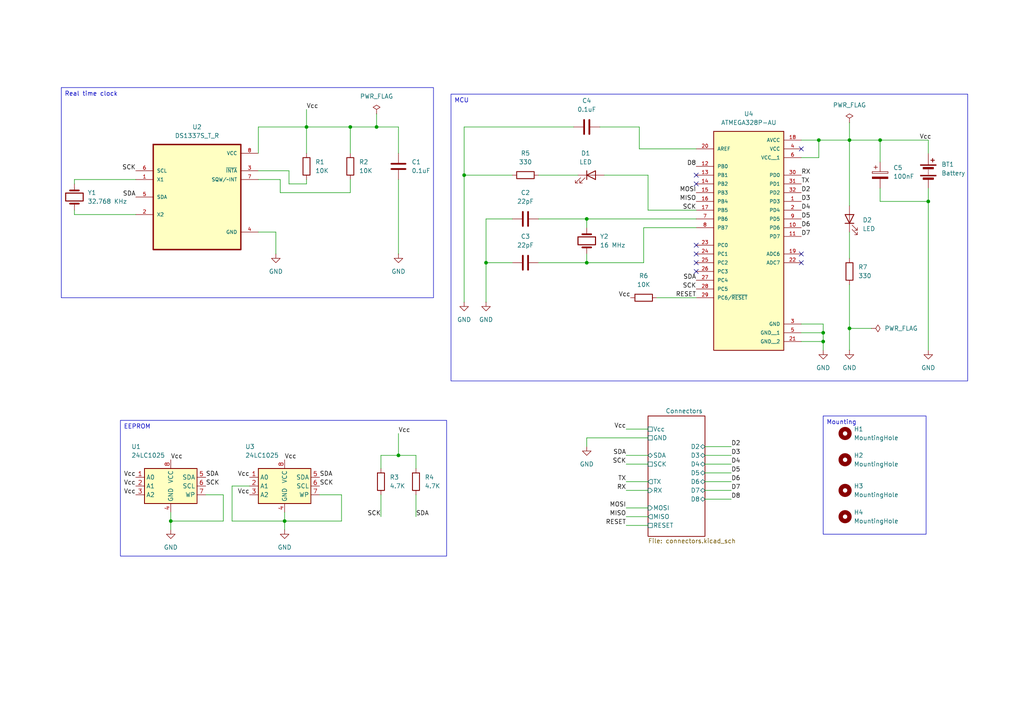
<source format=kicad_sch>
(kicad_sch (version 20250114) (generator "eeschema") (generator_version "9.0")
  (paper "A4")
  (title_block (title "${project_name}") (date "2025-12-01") (rev "-"))
  (lib_symbols
    (symbol "ATMEGA328P-AU:ATMEGA328P-AU" (pin_names (offset 1.016))
      (property "Reference" "U3" (at 0 33.02 0))
      (property "Value" "ATMEGA328P-AU" (at 0 30.48 0))
      (symbol "ATMEGA328P-AU_0_0"
        (rectangle (start -10.16 -35.56) (end 10.16 27.94) (stroke (width 0.254)) (fill (type background)))
        (pin input line (at -15.24 22.86 0) (length 5.08) (name "AREF") (number "20"))
        (pin bidirectional line (at -15.24 17.78 0) (length 5.08) (name "PB0") (number "12"))
        (pin bidirectional line (at -15.24 15.24 0) (length 5.08) (name "PB1") (number "13"))
        (pin bidirectional line (at -15.24 12.7 0) (length 5.08) (name "PB2") (number "14"))
        (pin bidirectional line (at -15.24 10.16 0) (length 5.08) (name "PB3") (number "15"))
        (pin bidirectional line (at -15.24 7.62 0) (length 5.08) (name "PB4") (number "16"))
        (pin bidirectional line (at -15.24 5.08 0) (length 5.08) (name "PB5") (number "17"))
        (pin bidirectional line (at -15.24 2.54 0) (length 5.08) (name "PB6") (number "7"))
        (pin bidirectional line (at -15.24 0 0) (length 5.08) (name "PB7") (number "8"))
        (pin bidirectional line (at -15.24 -5.08 0) (length 5.08) (name "PC0") (number "23"))
        (pin bidirectional line (at -15.24 -7.62 0) (length 5.08) (name "PC1") (number "24"))
        (pin bidirectional line (at -15.24 -10.16 0) (length 5.08) (name "PC2") (number "25"))
        (pin bidirectional line (at -15.24 -12.7 0) (length 5.08) (name "PC3") (number "26"))
        (pin bidirectional line (at -15.24 -15.24 0) (length 5.08) (name "PC4") (number "27"))
        (pin bidirectional line (at -15.24 -17.78 0) (length 5.08) (name "PC5") (number "28"))
        (pin bidirectional line (at -15.24 -20.32 0) (length 5.08) (name "PC6/~{RESET}") (number "29"))
        (pin power_in line (at 15.24 25.4 180) (length 5.08) (name "AVCC") (number "18"))
        (pin power_in line (at 15.24 22.86 180) (length 5.08) (name "VCC") (number "4"))
        (pin power_in line (at 15.24 20.32 180) (length 5.08) (name "VCC__1") (number "6"))
        (pin bidirectional line (at 15.24 15.24 180) (length 5.08) (name "PD0") (number "30"))
        (pin bidirectional line (at 15.24 12.7 180) (length 5.08) (name "PD1") (number "31"))
        (pin bidirectional line (at 15.24 10.16 180) (length 5.08) (name "PD2") (number "32"))
        (pin bidirectional line (at 15.24 7.62 180) (length 5.08) (name "PD3") (number "1"))
        (pin bidirectional line (at 15.24 5.08 180) (length 5.08) (name "PD4") (number "2"))
        (pin bidirectional line (at 15.24 2.54 180) (length 5.08) (name "PD5") (number "9"))
        (pin bidirectional line (at 15.24 0 180) (length 5.08) (name "PD6") (number "10"))
        (pin bidirectional line (at 15.24 -2.54 180) (length 5.08) (name "PD7") (number "11"))
        (pin bidirectional line (at 15.24 -7.62 180) (length 5.08) (name "ADC6") (number "19"))
        (pin bidirectional line (at 15.24 -10.16 180) (length 5.08) (name "ADC7") (number "22"))
        (pin power_in line (at 15.24 -27.94 180) (length 5.08) (name "GND") (number "3"))
        (pin power_in line (at 15.24 -30.48 180) (length 5.08) (name "GND__1") (number "5"))
        (pin power_in line (at 15.24 -33.02 180) (length 5.08) (name "GND__2") (number "21"))
      )
    )
    (symbol "DS1337S_T_R:DS1337S_T_R" (pin_names (offset 1.016))
      (property "Reference" "U" (at -12.7 16.24 0))
      (property "Value" "DS1337S_T_R" (at -12.7 -19.24 0))
      (symbol "DS1337S_T_R_0_0"
        (rectangle (start -12.7 -15.24) (end 12.7 15.24) (stroke (width 0.41)) (fill (type background)))
        (pin input line (at -17.78 7.62 0) (length 5.08) (name "SCL") (number "6"))
        (pin input line (at -17.78 5.08 0) (length 5.08) (name "X1") (number "1"))
        (pin bidirectional line (at -17.78 0 0) (length 5.08) (name "SDA") (number "5"))
        (pin bidirectional line (at -17.78 -5.08 0) (length 5.08) (name "X2") (number "2"))
        (pin power_in line (at 17.78 12.7 180) (length 5.08) (name "VCC") (number "8"))
        (pin output line (at 17.78 7.62 180) (length 5.08) (name "~{INTA}") (number "3"))
        (pin output line (at 17.78 5.08 180) (length 5.08) (name "SQW/~INT") (number "7"))
        (pin power_in line (at 17.78 -10.16 180) (length 5.08) (name "GND") (number "4"))
      )
    )
    (symbol "Device:Battery" (pin_numbers (hide yes)) (pin_names (offset 0) (hide yes))
      (property "Reference" "BT" (at 2.54 2.54 0))
      (property "Value" "Battery" (at 2.54 0 0))
      (symbol "Battery_0_1"
        (rectangle (start -2.286 1.778) (end 2.286 1.524) (fill (type outline)))
        (rectangle (start -2.286 -1.27) (end 2.286 -1.524) (fill (type outline)))
        (rectangle (start -1.524 1.016) (end 1.524 0.508) (fill (type outline)))
        (rectangle (start -1.524 -2.032) (end 1.524 -2.54) (fill (type outline)))
        (polyline (pts (xy 0 1.778) (xy 0 2.54)))
        (polyline (pts (xy 0 0) (xy 0 0.254)))
        (polyline (pts (xy 0 -0.508) (xy 0 -0.254)))
        (polyline (pts (xy 0 -1.016) (xy 0 -0.762)))
        (polyline (pts (xy 0.762 3.048) (xy 1.778 3.048)) (stroke (width 0.254)))
        (polyline (pts (xy 1.27 3.556) (xy 1.27 2.54)) (stroke (width 0.254)))
      )
      (symbol "Battery_1_1"
        (pin passive line (at 0 5.08 270) (length 2.54) (name "+") (number "1"))
        (pin passive line (at 0 -5.08 90) (length 2.54) (name "-") (number "2"))
      )
    )
    (symbol "Device:C" (pin_numbers (hide yes)) (pin_names (offset 0.254))
      (property "Reference" "C" (at 0.635 2.54 0))
      (property "Value" "C" (at 0.635 -2.54 0))
      (symbol "C_0_1"
        (polyline (pts (xy -2.032 0.762) (xy 2.032 0.762)) (stroke (width 0.508)))
        (polyline (pts (xy -2.032 -0.762) (xy 2.032 -0.762)) (stroke (width 0.508)))
      )
      (symbol "C_1_1"
        (pin passive line (at 0 3.81 270) (length 2.794) (name "~") (number "1"))
        (pin passive line (at 0 -3.81 90) (length 2.794) (name "~") (number "2"))
      )
    )
    (symbol "Device:C_Polarized" (pin_numbers (hide yes)) (pin_names (offset 0.254))
      (property "Reference" "C" (at 0.635 2.54 0))
      (property "Value" "C_Polarized" (at 0.635 -2.54 0))
      (symbol "C_Polarized_0_1"
        (rectangle (start -2.286 0.508) (end 2.286 1.016))
        (polyline (pts (xy -1.778 2.286) (xy -0.762 2.286)))
        (polyline (pts (xy -1.27 2.794) (xy -1.27 1.778)))
        (rectangle (start 2.286 -0.508) (end -2.286 -1.016) (fill (type outline)))
      )
      (symbol "C_Polarized_1_1"
        (pin passive line (at 0 3.81 270) (length 2.794) (name "~") (number "1"))
        (pin passive line (at 0 -3.81 90) (length 2.794) (name "~") (number "2"))
      )
    )
    (symbol "Device:Crystal" (pin_numbers (hide yes)) (pin_names (offset 1.016) (hide yes))
      (property "Reference" "Y" (at 0 3.81 0))
      (property "Value" "Crystal" (at 0 -3.81 0))
      (symbol "Crystal_0_1"
        (polyline (pts (xy -2.54 0) (xy -1.905 0)))
        (polyline (pts (xy -1.905 -1.27) (xy -1.905 1.27)) (stroke (width 0.508)))
        (rectangle (start -1.143 2.54) (end 1.143 -2.54) (stroke (width 0.3048)))
        (polyline (pts (xy 1.905 -1.27) (xy 1.905 1.27)) (stroke (width 0.508)))
        (polyline (pts (xy 2.54 0) (xy 1.905 0)))
      )
      (symbol "Crystal_1_1"
        (pin passive line (at -3.81 0 0) (length 1.27) (name "1") (number "1"))
        (pin passive line (at 3.81 0 180) (length 1.27) (name "2") (number "2"))
      )
    )
    (symbol "Device:LED" (pin_numbers (hide yes)) (pin_names (offset 1.016) (hide yes))
      (property "Reference" "D" (at 0 2.54 0))
      (property "Value" "LED" (at 0 -2.54 0))
      (symbol "LED_0_1"
        (polyline (pts (xy -3.048 -0.762) (xy -4.572 -2.286) (xy -3.81 -2.286) (xy -4.572 -2.286) (xy -4.572 -1.524)))
        (polyline (pts (xy -1.778 -0.762) (xy -3.302 -2.286) (xy -2.54 -2.286) (xy -3.302 -2.286) (xy -3.302 -1.524)))
        (polyline (pts (xy -1.27 0) (xy 1.27 0)))
        (polyline (pts (xy -1.27 -1.27) (xy -1.27 1.27)) (stroke (width 0.254)))
        (polyline (pts (xy 1.27 -1.27) (xy 1.27 1.27) (xy -1.27 0) (xy 1.27 -1.27)) (stroke (width 0.254)))
      )
      (symbol "LED_1_1"
        (pin passive line (at -3.81 0 0) (length 2.54) (name "K") (number "1"))
        (pin passive line (at 3.81 0 180) (length 2.54) (name "A") (number "2"))
      )
    )
    (symbol "Device:R" (pin_numbers (hide yes)) (pin_names (offset 0))
      (property "Reference" "R" (at 2.032 0 90))
      (property "Value" "R" (at 0 0 90))
      (symbol "R_0_1"
        (rectangle (start -1.016 -2.54) (end 1.016 2.54) (stroke (width 0.254)))
      )
      (symbol "R_1_1"
        (pin passive line (at 0 3.81 270) (length 1.27) (name "~") (number "1"))
        (pin passive line (at 0 -3.81 90) (length 1.27) (name "~") (number "2"))
      )
    )
    (symbol "Mechanical:MountingHole" (pin_names (offset 1.016)) (in_bom no)
      (property "Reference" "H" (at 0 5.08 0))
      (property "Value" "MountingHole" (at 0 3.175 0))
      (symbol "MountingHole_0_1"
        (circle (center 0 0) (radius 1.27) (stroke (width 1.27)))
      )
    )
    (symbol "Memory_EEPROM:24LC1025"
      (property "Reference" "U" (at -6.35 6.35 0))
      (property "Value" "24LC1025" (at 1.27 6.35 0))
      (symbol "24LC1025_1_1"
        (rectangle (start -7.62 5.08) (end 7.62 -5.08) (stroke (width 0.254)) (fill (type background)))
        (pin input line (at -10.16 2.54 0) (length 2.54) (name "A0") (number "1"))
        (pin input line (at -10.16 0 0) (length 2.54) (name "A1") (number "2"))
        (pin input line (at -10.16 -2.54 0) (length 2.54) (name "A2") (number "3"))
        (pin power_in line (at 0 7.62 270) (length 2.54) (name "VCC") (number "8"))
        (pin power_in line (at 0 -7.62 90) (length 2.54) (name "GND") (number "4"))
        (pin bidirectional line (at 10.16 2.54 180) (length 2.54) (name "SDA") (number "5"))
        (pin input line (at 10.16 0 180) (length 2.54) (name "SCL") (number "6"))
        (pin input line (at 10.16 -2.54 180) (length 2.54) (name "WP") (number "7"))
      )
    )
    (symbol "power:GND" (power) (pin_numbers (hide yes)) (pin_names (offset 0) (hide yes))
      (property "Value" "GND" (at 0 -3.81 0))
      (symbol "GND_0_1"
        (polyline (pts (xy 0 0) (xy 0 -1.27) (xy 1.27 -1.27) (xy 0 -2.54) (xy -1.27 -1.27) (xy 0 -1.27)))
      )
      (symbol "GND_1_1"
        (pin power_in line (at 0 0 270) (length 0) (name "~") (number "1"))
      )
    )
    (symbol "power:PWR_FLAG" (power) (pin_numbers (hide yes)) (pin_names (offset 0) (hide yes))
      (property "Value" "PWR_FLAG" (at 0 3.81 0))
      (symbol "PWR_FLAG_0_0"
        (pin power_out line (at 0 0 90) (length 0) (name "~") (number "1"))
      )
      (symbol "PWR_FLAG_0_1"
        (polyline (pts (xy 0 0) (xy 0 1.27) (xy -1.016 1.905) (xy 0 2.54) (xy 1.016 1.905) (xy 0 1.27)))
      )
    )
  )
  (text_box "MCU\n" (at 130.81 27.305 0) (size 149.86 83.185) (margins 0.9525 0.9525 0.9525 0.9525) (effects (font (size 1.27 1.27)) (justify left top)))
  (text_box "EEPROM" (at 34.925 121.92 0) (size 94.615 39.37) (margins 0.9525 0.9525 0.9525 0.9525) (effects (font (size 1.27 1.27)) (justify left top)))
  (text_box "Real time clock" (at 17.78 25.4 0) (size 107.95 60.96) (margins 0.9525 0.9525 0.9525 0.9525) (effects (font (size 1.27 1.27)) (justify left top)))
  (text_box "Mounting" (at 238.76 120.65 0) (size 29.845 34.29) (margins 0.9525 0.9525 0.9525 0.9525) (effects (font (size 1.27 1.27)) (justify left top)))
  (junction (at 49.53 151.13))
  (junction (at 101.6 36.83))
  (junction (at 269.24 58.42))
  (junction (at 170.18 63.5))
  (junction (at 82.55 151.13))
  (junction (at 255.27 40.64))
  (junction (at 170.18 76.2))
  (junction (at 246.38 95.25))
  (junction (at 246.38 40.64))
  (junction (at 238.76 99.06))
  (junction (at 88.9 36.83))
  (junction (at 140.97 76.2))
  (junction (at 109.22 36.83))
  (junction (at 238.76 96.52))
  (junction (at 134.62 50.8))
  (junction (at 115.57 132.08))
  (junction (at 237.49 40.64))
  (no_connect (at 201.93 53.34))
  (no_connect (at 201.93 71.12))
  (no_connect (at 201.93 76.2))
  (no_connect (at 232.41 73.66))
  (no_connect (at 201.93 78.74))
  (no_connect (at 232.41 43.18))
  (no_connect (at 232.41 76.2))
  (no_connect (at 201.93 73.66))
  (no_connect (at 201.93 50.8))
  (wire (pts (xy 88.9 36.83) (xy 88.9 44.45)))
  (wire (pts (xy 115.57 125.73) (xy 115.57 132.08)))
  (wire (pts (xy 81.28 52.07) (xy 81.28 55.88)))
  (wire (pts (xy 238.76 93.98) (xy 238.76 96.52)))
  (wire (pts (xy 49.53 148.59) (xy 49.53 151.13)))
  (wire (pts (xy 201.93 66.04) (xy 186.69 66.04)))
  (wire (pts (xy 134.62 50.8) (xy 134.62 87.63)))
  (wire (pts (xy 74.93 49.53) (xy 83.82 49.53)))
  (wire (pts (xy 181.61 152.4) (xy 187.96 152.4)))
  (wire (pts (xy 64.77 143.51) (xy 64.77 151.13)))
  (wire (pts (xy 187.96 124.46) (xy 181.61 124.46)))
  (wire (pts (xy 110.49 143.51) (xy 110.49 149.86)))
  (wire (pts (xy 173.99 36.83) (xy 185.42 36.83)))
  (wire (pts (xy 109.22 33.02) (xy 109.22 36.83)))
  (wire (pts (xy 88.9 36.83) (xy 101.6 36.83)))
  (wire (pts (xy 255.27 54.61) (xy 255.27 58.42)))
  (wire (pts (xy 74.93 44.45) (xy 74.93 36.83)))
  (wire (pts (xy 269.24 58.42) (xy 269.24 101.6)))
  (wire (pts (xy 120.65 132.08) (xy 115.57 132.08)))
  (wire (pts (xy 238.76 99.06) (xy 232.41 99.06)))
  (wire (pts (xy 238.76 96.52) (xy 238.76 99.06)))
  (wire (pts (xy 82.55 148.59) (xy 82.55 151.13)))
  (wire (pts (xy 255.27 58.42) (xy 269.24 58.42)))
  (wire (pts (xy 88.9 53.34) (xy 88.9 52.07)))
  (wire (pts (xy 156.21 50.8) (xy 167.64 50.8)))
  (wire (pts (xy 187.96 139.7) (xy 181.61 139.7)))
  (wire (pts (xy 21.59 52.07) (xy 39.37 52.07)))
  (wire (pts (xy 187.96 60.96) (xy 201.93 60.96)))
  (wire (pts (xy 74.93 36.83) (xy 88.9 36.83)))
  (wire (pts (xy 232.41 45.72) (xy 237.49 45.72)))
  (wire (pts (xy 187.96 50.8) (xy 187.96 60.96)))
  (wire (pts (xy 170.18 76.2) (xy 186.69 76.2)))
  (wire (pts (xy 204.47 137.16) (xy 212.09 137.16)))
  (wire (pts (xy 255.27 40.64) (xy 269.24 40.64)))
  (wire (pts (xy 99.06 151.13) (xy 82.55 151.13)))
  (wire (pts (xy 74.93 52.07) (xy 81.28 52.07)))
  (wire (pts (xy 181.61 134.62) (xy 187.96 134.62)))
  (wire (pts (xy 21.59 62.23) (xy 39.37 62.23)))
  (wire (pts (xy 120.65 135.89) (xy 120.65 132.08)))
  (wire (pts (xy 204.47 142.24) (xy 212.09 142.24)))
  (wire (pts (xy 232.41 40.64) (xy 237.49 40.64)))
  (wire (pts (xy 246.38 82.55) (xy 246.38 95.25)))
  (wire (pts (xy 246.38 67.31) (xy 246.38 74.93)))
  (wire (pts (xy 170.18 127) (xy 187.96 127)))
  (wire (pts (xy 109.22 36.83) (xy 115.57 36.83)))
  (wire (pts (xy 238.76 99.06) (xy 238.76 101.6)))
  (wire (pts (xy 187.96 147.32) (xy 181.61 147.32)))
  (wire (pts (xy 49.53 151.13) (xy 49.53 153.67)))
  (wire (pts (xy 140.97 87.63) (xy 140.97 76.2)))
  (wire (pts (xy 187.96 132.08) (xy 181.61 132.08)))
  (wire (pts (xy 204.47 144.78) (xy 212.09 144.78)))
  (wire (pts (xy 185.42 36.83) (xy 185.42 43.18)))
  (wire (pts (xy 59.69 143.51) (xy 64.77 143.51)))
  (wire (pts (xy 237.49 40.64) (xy 246.38 40.64)))
  (wire (pts (xy 101.6 36.83) (xy 109.22 36.83)))
  (wire (pts (xy 170.18 63.5) (xy 170.18 66.04)))
  (wire (pts (xy 255.27 40.64) (xy 255.27 46.99)))
  (wire (pts (xy 156.21 63.5) (xy 170.18 63.5)))
  (wire (pts (xy 246.38 95.25) (xy 252.73 95.25)))
  (wire (pts (xy 156.21 76.2) (xy 170.18 76.2)))
  (wire (pts (xy 190.5 86.36) (xy 201.93 86.36)))
  (wire (pts (xy 204.47 132.08) (xy 212.09 132.08)))
  (wire (pts (xy 80.01 67.31) (xy 80.01 73.66)))
  (wire (pts (xy 101.6 55.88) (xy 101.6 52.07)))
  (wire (pts (xy 269.24 58.42) (xy 269.24 54.61)))
  (wire (pts (xy 110.49 132.08) (xy 110.49 135.89)))
  (wire (pts (xy 21.59 60.96) (xy 21.59 62.23)))
  (wire (pts (xy 166.37 36.83) (xy 134.62 36.83)))
  (wire (pts (xy 187.96 142.24) (xy 181.61 142.24)))
  (wire (pts (xy 246.38 40.64) (xy 255.27 40.64)))
  (wire (pts (xy 246.38 35.56) (xy 246.38 40.64)))
  (wire (pts (xy 115.57 52.07) (xy 115.57 73.66)))
  (wire (pts (xy 269.24 40.64) (xy 269.24 44.45)))
  (wire (pts (xy 88.9 31.75) (xy 88.9 36.83)))
  (wire (pts (xy 120.65 143.51) (xy 120.65 149.86)))
  (wire (pts (xy 246.38 95.25) (xy 246.38 101.6)))
  (wire (pts (xy 81.28 55.88) (xy 101.6 55.88)))
  (wire (pts (xy 212.09 129.54) (xy 204.47 129.54)))
  (wire (pts (xy 115.57 132.08) (xy 110.49 132.08)))
  (wire (pts (xy 170.18 76.2) (xy 170.18 73.66)))
  (wire (pts (xy 232.41 93.98) (xy 238.76 93.98)))
  (wire (pts (xy 237.49 45.72) (xy 237.49 40.64)))
  (wire (pts (xy 170.18 127) (xy 170.18 129.54)))
  (wire (pts (xy 72.39 140.97) (xy 67.31 140.97)))
  (wire (pts (xy 67.31 140.97) (xy 67.31 151.13)))
  (wire (pts (xy 82.55 151.13) (xy 82.55 153.67)))
  (wire (pts (xy 186.69 66.04) (xy 186.69 76.2)))
  (wire (pts (xy 232.41 96.52) (xy 238.76 96.52)))
  (wire (pts (xy 140.97 63.5) (xy 140.97 76.2)))
  (wire (pts (xy 204.47 134.62) (xy 212.09 134.62)))
  (wire (pts (xy 83.82 53.34) (xy 88.9 53.34)))
  (wire (pts (xy 170.18 63.5) (xy 201.93 63.5)))
  (wire (pts (xy 83.82 49.53) (xy 83.82 53.34)))
  (wire (pts (xy 185.42 43.18) (xy 201.93 43.18)))
  (wire (pts (xy 74.93 67.31) (xy 80.01 67.31)))
  (wire (pts (xy 99.06 143.51) (xy 99.06 151.13)))
  (wire (pts (xy 134.62 36.83) (xy 134.62 50.8)))
  (wire (pts (xy 148.59 50.8) (xy 134.62 50.8)))
  (wire (pts (xy 175.26 50.8) (xy 187.96 50.8)))
  (wire (pts (xy 187.96 149.86) (xy 181.61 149.86)))
  (wire (pts (xy 115.57 36.83) (xy 115.57 44.45)))
  (wire (pts (xy 204.47 139.7) (xy 212.09 139.7)))
  (wire (pts (xy 92.71 143.51) (xy 99.06 143.51)))
  (wire (pts (xy 246.38 40.64) (xy 246.38 59.69)))
  (wire (pts (xy 148.59 63.5) (xy 140.97 63.5)))
  (wire (pts (xy 101.6 36.83) (xy 101.6 44.45)))
  (wire (pts (xy 64.77 151.13) (xy 49.53 151.13)))
  (wire (pts (xy 67.31 151.13) (xy 82.55 151.13)))
  (wire (pts (xy 21.59 53.34) (xy 21.59 52.07)))
  (wire (pts (xy 140.97 76.2) (xy 148.59 76.2)))
  (label "TX" (at 232.41 53.34 0))
  (label "D3" (at 232.41 58.42 0))
  (label "SCK" (at 92.71 140.97 0))
  (label "RESET" (at 181.61 152.4 180))
  (label "MISO" (at 201.93 58.42 180))
  (label "SDA" (at 92.71 138.43 0))
  (label "D6" (at 212.09 139.7 0))
  (label "Vcc" (at 39.37 138.43 180))
  (label "Vcc" (at 72.39 143.51 180))
  (label "Vcc" (at 39.37 143.51 180))
  (label "SCK" (at 110.49 149.86 180))
  (label "Vcc" (at 181.61 124.46 180))
  (label "Vcc" (at 115.57 125.73 0))
  (label "SCK" (at 181.61 134.62 180))
  (label "SDA" (at 39.37 57.15 180))
  (label "SCK" (at 59.69 140.97 0))
  (label "Vcc" (at 182.88 86.36 180))
  (label "Vcc" (at 82.55 133.35 0))
  (label "RESET" (at 201.93 86.36 180))
  (label "SCK" (at 201.93 60.96 180))
  (label "D2" (at 212.09 129.54 0))
  (label "D3" (at 212.09 132.08 0))
  (label "Vcc" (at 72.39 138.43 180))
  (label "D5" (at 232.41 63.5 0))
  (label "D6" (at 232.41 66.04 0))
  (label "SCK" (at 201.93 83.82 180))
  (label "D5" (at 212.09 137.16 0))
  (label "TX" (at 181.61 139.7 180))
  (label "SCK" (at 39.37 49.53 180))
  (label "Vcc" (at 266.7 40.64 0))
  (label "SDA" (at 181.61 132.08 180))
  (label "D2" (at 232.41 55.88 0))
  (label "SDA" (at 120.65 149.86 0))
  (label "Vcc" (at 49.53 133.35 0))
  (label "D4" (at 232.41 60.96 0))
  (label "MOSI" (at 201.93 55.88 180))
  (label "D8" (at 201.93 48.26 180))
  (label "RX" (at 181.61 142.24 180))
  (label "RX" (at 232.41 50.8 0))
  (label "SDA" (at 201.93 81.28 180))
  (label "D7" (at 212.09 142.24 0))
  (label "Vcc" (at 88.9 31.75 0))
  (label "MISO" (at 181.61 149.86 180))
  (label "SDA" (at 59.69 138.43 0))
  (label "Vcc" (at 39.37 140.97 180))
  (label "D4" (at 212.09 134.62 0))
  (label "MOSI" (at 181.61 147.32 180))
  (label "D7" (at 232.41 68.58 0))
  (label "D8" (at 212.09 144.78 0))
  (symbol (lib_id "power:GND") (at 80.01 73.66 0) (unit 1)
    (property "Reference" "#PWR01" (effects (hide yes)))
    (property "Value" "GND" (at 80.01 78.74 0))
    (property "Description" "Power symbol creates a global label with name \"GND\" , ground" (effects (hide yes)))
  )
  (symbol (lib_id "Device:R") (at 246.38 78.74 0) (unit 1)
    (property "Reference" "R7" (at 248.92 77.4699 0) (effects (justify left)))
    (property "Value" "330" (at 248.92 80.0099 0) (effects (justify left)))
    (property "Footprint" "Resistor_SMD:R_0805_2012Metric" (effects (hide yes)))
    (property "Description" "Resistor" (effects (hide yes)))
  )
  (symbol (lib_id "power:GND") (at 140.97 87.63 0) (unit 1)
    (property "Reference" "#PWR08" (effects (hide yes)))
    (property "Value" "GND" (at 140.97 92.71 0))
    (property "Description" "Power symbol creates a global label with name \"GND\" , ground" (effects (hide yes)))
  )
  (symbol (lib_id "Mechanical:MountingHole") (at 245.11 149.86 0) (unit 1) (in_bom no)
    (property "Reference" "H4" (at 247.65 148.5899 0) (effects (justify left)))
    (property "Value" "MountingHole" (at 247.65 151.1299 0) (effects (justify left)))
    (property "Footprint" "MountingHole:MountingHole_2.1mm" (effects (hide yes)))
    (property "Description" "Mounting Hole without connection" (effects (hide yes)))
  )
  (symbol (lib_id "Device:C") (at 115.57 48.26 0) (unit 1)
    (property "Reference" "C1" (at 119.38 46.9899 0) (effects (justify left)))
    (property "Value" "0.1uF" (at 119.38 49.5299 0) (effects (justify left)))
    (property "Footprint" "Capacitor_SMD:C_0805_2012Metric" (effects (hide yes)))
    (property "Description" "Unpolarized capacitor" (effects (hide yes)))
  )
  (symbol (lib_id "Device:R") (at 152.4 50.8 90) (unit 1)
    (property "Reference" "R5" (at 152.4 44.45 90))
    (property "Value" "330" (at 152.4 46.99 90))
    (property "Footprint" "Resistor_SMD:R_0805_2012Metric" (effects (hide yes)))
    (property "Description" "Resistor" (effects (hide yes)))
  )
  (symbol (lib_id "power:PWR_FLAG") (at 252.73 95.25 270) (unit 1)
    (property "Reference" "#FLG02" (effects (hide yes)))
    (property "Value" "PWR_FLAG" (at 256.54 95.2499 90) (effects (justify left)))
    (property "Description" "Special symbol for telling ERC where power comes from" (effects (hide yes)))
  )
  (symbol (lib_id "Device:Battery") (at 269.24 49.53 0) (unit 1)
    (property "Reference" "BT1" (at 273.05 47.6884 0) (effects (justify left)))
    (property "Value" "Battery" (at 273.05 50.2284 0) (effects (justify left)))
    (property "Footprint" "Connector_PinHeader_2.54mm:PinHeader_1x02_P2.54mm_Vertical" (effects (hide yes)))
    (property "Description" "Multiple-cell battery" (effects (hide yes)))
  )
  (symbol (lib_id "Device:C") (at 152.4 76.2 90) (unit 1)
    (property "Reference" "C3" (at 152.4 68.58 90))
    (property "Value" "22pF" (at 152.4 71.12 90))
    (property "Footprint" "Capacitor_SMD:C_0805_2012Metric" (effects (hide yes)))
    (property "Description" "Unpolarized capacitor" (effects (hide yes)))
  )
  (symbol (lib_id "Mechanical:MountingHole") (at 245.11 133.35 0) (unit 1) (in_bom no)
    (property "Reference" "H2" (at 247.65 132.0799 0) (effects (justify left)))
    (property "Value" "MountingHole" (at 247.65 134.6199 0) (effects (justify left)))
    (property "Footprint" "MountingHole:MountingHole_2.1mm" (effects (hide yes)))
    (property "Description" "Mounting Hole without connection" (effects (hide yes)))
  )
  (symbol (lib_id "Device:C") (at 170.18 36.83 90) (unit 1)
    (property "Reference" "C4" (at 170.18 29.21 90))
    (property "Value" "0.1uF" (at 170.18 31.75 90))
    (property "Footprint" "Capacitor_SMD:C_0805_2012Metric" (effects (hide yes)))
    (property "Description" "Unpolarized capacitor" (effects (hide yes)))
  )
  (symbol (lib_id "Device:R") (at 120.65 139.7 0) (unit 1)
    (property "Reference" "R4" (at 123.19 138.4299 0) (effects (justify left)))
    (property "Value" "4.7K" (at 123.19 140.9699 0) (effects (justify left)))
    (property "Footprint" "Resistor_SMD:R_0805_2012Metric" (effects (hide yes)))
    (property "Description" "Resistor" (effects (hide yes)))
  )
  (symbol (lib_id "Device:C") (at 152.4 63.5 90) (unit 1)
    (property "Reference" "C2" (at 152.4 55.88 90))
    (property "Value" "22pF" (at 152.4 58.42 90))
    (property "Footprint" "Capacitor_SMD:C_0805_2012Metric" (effects (hide yes)))
    (property "Description" "Unpolarized capacitor" (effects (hide yes)))
  )
  (symbol (lib_id "Memory_EEPROM:24LC1025") (at 49.53 140.97 0) (unit 1)
    (property "Reference" "U1" (at 38.1 129.54 0) (effects (justify left)))
    (property "Value" "24LC1025" (at 38.1 132.08 0) (effects (justify left)))
    (property "Footprint" "Package_SO:SOIC-8_5.3x5.3mm_P1.27mm" (effects (hide yes)))
    (property "Datasheet" "http://ww1.microchip.com/downloads/en/DeviceDoc/21941B.pdf" (effects (hide yes)))
    (property "Description" "I2C Serial EEPROM, 1024Kb, DIP-8/SOIC-8/TSSOP-8/DFN-8" (effects (hide yes)))
  )
  (symbol (lib_id "Mechanical:MountingHole") (at 245.11 142.24 0) (unit 1) (in_bom no)
    (property "Reference" "H3" (at 247.65 140.9699 0) (effects (justify left)))
    (property "Value" "MountingHole" (at 247.65 143.5099 0) (effects (justify left)))
    (property "Footprint" "MountingHole:MountingHole_2.1mm" (effects (hide yes)))
    (property "Description" "Mounting Hole without connection" (effects (hide yes)))
  )
  (symbol (lib_id "power:GND") (at 170.18 129.54 0) (unit 1)
    (property "Reference" "#PWR010" (effects (hide yes)))
    (property "Value" "GND" (at 170.18 134.62 0))
    (property "Description" "Power symbol creates a global label with name \"GND\" , ground" (effects (hide yes)))
  )
  (symbol (lib_id "power:GND") (at 134.62 87.63 0) (unit 1)
    (property "Reference" "#PWR09" (effects (hide yes)))
    (property "Value" "GND" (at 134.62 92.71 0))
    (property "Description" "Power symbol creates a global label with name \"GND\" , ground" (effects (hide yes)))
  )
  (symbol (lib_id "power:PWR_FLAG") (at 246.38 35.56 0) (unit 1)
    (property "Reference" "#FLG01" (effects (hide yes)))
    (property "Value" "PWR_FLAG" (at 246.38 30.48 0))
    (property "Description" "Special symbol for telling ERC where power comes from" (effects (hide yes)))
  )
  (symbol (lib_id "Device:LED") (at 171.45 50.8 0) (unit 1)
    (property "Reference" "D1" (at 169.8625 44.45 0))
    (property "Value" "LED" (at 169.8625 46.99 0))
    (property "Footprint" "LED_SMD:LED_0805_2012Metric" (effects (hide yes)))
    (property "Description" "Light emitting diode" (effects (hide yes)))
    (property "Sim.Pins" "1=K 2=A" (effects (hide yes)))
  )
  (symbol (lib_id "Mechanical:MountingHole") (at 245.11 125.73 0) (unit 1) (in_bom no)
    (property "Reference" "H1" (at 247.65 124.4599 0) (effects (justify left)))
    (property "Value" "MountingHole" (at 247.65 126.9999 0) (effects (justify left)))
    (property "Footprint" "MountingHole:MountingHole_2.1mm" (effects (hide yes)))
    (property "Description" "Mounting Hole without connection" (effects (hide yes)))
  )
  (symbol (lib_id "Device:C_Polarized") (at 255.27 50.8 0) (unit 1)
    (property "Reference" "C5" (at 259.08 48.6409 0) (effects (justify left)))
    (property "Value" "100nF" (at 259.08 51.1809 0) (effects (justify left)))
    (property "Footprint" "Capacitor_SMD:C_0805_2012Metric" (effects (hide yes)))
    (property "Description" "Polarized capacitor" (effects (hide yes)))
  )
  (symbol (lib_id "power:GND") (at 246.38 101.6 0) (unit 1)
    (property "Reference" "#PWR06" (effects (hide yes)))
    (property "Value" "GND" (at 246.38 106.68 0))
    (property "Description" "Power symbol creates a global label with name \"GND\" , ground" (effects (hide yes)))
  )
  (symbol (lib_id "DS1337S_T_R:DS1337S_T_R") (at 57.15 57.15 0) (unit 1)
    (property "Reference" "U2" (at 57.15 36.83 0))
    (property "Value" "DS1337S_T_R" (at 57.15 39.37 0))
    (property "Footprint" "DS1337S_T_R:SOIC127P600X175-8N" (effects (hide yes)))
  )
  (symbol (lib_id "Device:LED") (at 246.38 63.5 90) (unit 1)
    (property "Reference" "D2" (at 250.19 63.8174 90) (effects (justify right)))
    (property "Value" "LED" (at 250.19 66.3574 90) (effects (justify right)))
    (property "Footprint" "LED_SMD:LED_0805_2012Metric" (effects (hide yes)))
    (property "Description" "Light emitting diode" (effects (hide yes)))
    (property "Sim.Pins" "1=K 2=A" (effects (hide yes)))
  )
  (symbol (lib_id "Device:Crystal") (at 170.18 69.85 90) (unit 1)
    (property "Reference" "Y2" (at 173.99 68.5799 90) (effects (justify right)))
    (property "Value" "16 MHz" (at 173.99 71.1199 90) (effects (justify right)))
    (property "Footprint" "Crystal:Crystal_SMD_Abracon_ABM3-2Pin_5.0x3.2mm_HandSoldering" (effects (hide yes)))
    (property "Description" "Two pin crystal" (effects (hide yes)))
  )
  (symbol (lib_id "power:GND") (at 238.76 101.6 0) (unit 1)
    (property "Reference" "#PWR05" (effects (hide yes)))
    (property "Value" "GND" (at 238.76 106.68 0))
    (property "Description" "Power symbol creates a global label with name \"GND\" , ground" (effects (hide yes)))
  )
  (symbol (lib_id "power:GND") (at 115.57 73.66 0) (unit 1)
    (property "Reference" "#PWR02" (effects (hide yes)))
    (property "Value" "GND" (at 115.57 78.74 0))
    (property "Description" "Power symbol creates a global label with name \"GND\" , ground" (effects (hide yes)))
  )
  (symbol (lib_id "power:GND") (at 269.24 101.6 0) (unit 1)
    (property "Reference" "#PWR07" (effects (hide yes)))
    (property "Value" "GND" (at 269.24 106.68 0))
    (property "Description" "Power symbol creates a global label with name \"GND\" , ground" (effects (hide yes)))
  )
  (symbol (lib_id "Device:Crystal") (at 21.59 57.15 90) (unit 1)
    (property "Reference" "Y1" (at 25.4 55.8799 90) (effects (justify right)))
    (property "Value" "32.768 KHz" (at 25.4 58.4199 90) (effects (justify right)))
    (property "Footprint" "Crystal:Crystal_SMD_Abracon_ABM3-2Pin_5.0x3.2mm_HandSoldering" (effects (hide yes)))
    (property "Description" "Two pin crystal" (effects (hide yes)))
  )
  (symbol (lib_id "Memory_EEPROM:24LC1025") (at 82.55 140.97 0) (unit 1)
    (property "Reference" "U3" (at 71.12 129.54 0) (effects (justify left)))
    (property "Value" "24LC1025" (at 71.12 132.08 0) (effects (justify left)))
    (property "Footprint" "Package_SO:SOIC-8_5.3x5.3mm_P1.27mm" (effects (hide yes)))
    (property "Datasheet" "http://ww1.microchip.com/downloads/en/DeviceDoc/21941B.pdf" (effects (hide yes)))
    (property "Description" "I2C Serial EEPROM, 1024Kb, DIP-8/SOIC-8/TSSOP-8/DFN-8" (effects (hide yes)))
  )
  (symbol (lib_id "Device:R") (at 88.9 48.26 0) (unit 1)
    (property "Reference" "R1" (at 91.44 46.9899 0) (effects (justify left)))
    (property "Value" "10K" (at 91.44 49.5299 0) (effects (justify left)))
    (property "Footprint" "Resistor_SMD:R_0805_2012Metric" (effects (hide yes)))
    (property "Description" "Resistor" (effects (hide yes)))
  )
  (symbol (lib_id "Device:R") (at 101.6 48.26 0) (unit 1)
    (property "Reference" "R2" (at 104.14 46.9899 0) (effects (justify left)))
    (property "Value" "10K" (at 104.14 49.5299 0) (effects (justify left)))
    (property "Footprint" "Resistor_SMD:R_0805_2012Metric" (effects (hide yes)))
    (property "Description" "Resistor" (effects (hide yes)))
  )
  (symbol (lib_id "Device:R") (at 186.69 86.36 90) (unit 1)
    (property "Reference" "R6" (at 186.69 80.01 90))
    (property "Value" "10K" (at 186.69 82.55 90))
    (property "Footprint" "Resistor_SMD:R_0805_2012Metric" (effects (hide yes)))
    (property "Description" "Resistor" (effects (hide yes)))
  )
  (symbol (lib_id "power:GND") (at 49.53 153.67 0) (unit 1)
    (property "Reference" "#PWR03" (effects (hide yes)))
    (property "Value" "GND" (at 49.53 158.75 0))
    (property "Description" "Power symbol creates a global label with name \"GND\" , ground" (effects (hide yes)))
  )
  (symbol (lib_id "power:GND") (at 82.55 153.67 0) (unit 1)
    (property "Reference" "#PWR04" (effects (hide yes)))
    (property "Value" "GND" (at 82.55 158.75 0))
    (property "Description" "Power symbol creates a global label with name \"GND\" , ground" (effects (hide yes)))
  )
  (symbol (lib_id "ATMEGA328P-AU:ATMEGA328P-AU") (at 217.17 66.04 0) (unit 1)
    (property "Reference" "U4" (at 217.17 33.02 0))
    (property "Value" "ATMEGA328P-AU" (at 217.17 35.56 0))
    (property "Footprint" "ATMEGA328P_AU:QFP80P900X900X120-32N" (effects (hide yes)))
    (property "PARTREV" "8271A" (effects (hide yes)))
    (property "STANDARD" "IPC-7351B" (effects (hide yes)))
    (property "MAXIMUM_PACKAGE_HEIGHT" "1.20mm" (effects (hide yes)))
    (property "MANUFACTURER" "Microchip" (effects (hide yes)))
  )
  (symbol (lib_id "Device:R") (at 110.49 139.7 0) (unit 1)
    (property "Reference" "R3" (at 113.03 138.4299 0) (effects (justify left)))
    (property "Value" "4.7K" (at 113.03 140.9699 0) (effects (justify left)))
    (property "Footprint" "Resistor_SMD:R_0805_2012Metric" (effects (hide yes)))
    (property "Description" "Resistor" (effects (hide yes)))
  )
  (symbol (lib_id "power:PWR_FLAG") (at 109.22 33.02 0) (unit 1)
    (property "Reference" "#FLG03" (effects (hide yes)))
    (property "Value" "PWR_FLAG" (at 109.22 27.94 0))
    (property "Description" "Special symbol for telling ERC where power comes from" (effects (hide yes)))
  )
  (sheet (at 187.96 120.65) (size 16.51 34.925) (stroke (width 0.1524))
    (property "Sheetname" "Connectors" (at 193.04 119.9384 0) (effects (justify left bottom)))
    (property "Sheetfile" "connectors.kicad_sch" (at 187.96 156.1596 0) (effects (justify left top)))
    (pin "D2" bidirectional (at 204.47 129.54 0))
    (pin "RESET" passive (at 187.96 152.4 180))
    (pin "D4" bidirectional (at 204.47 134.62 0))
    (pin "D3" bidirectional (at 204.47 132.08 0))
    (pin "SDA" bidirectional (at 187.96 132.08 180))
    (pin "GND" passive (at 187.96 127 180))
    (pin "SCK" passive (at 187.96 134.62 180))
    (pin "Vcc" passive (at 187.96 124.46 180))
    (pin "TX" output (at 187.96 139.7 180))
    (pin "D8" bidirectional (at 204.47 144.78 0))
    (pin "D5" bidirectional (at 204.47 137.16 0))
    (pin "D7" bidirectional (at 204.47 142.24 0))
    (pin "D6" bidirectional (at 204.47 139.7 0))
    (pin "MISO" output (at 187.96 149.86 180))
    (pin "MOSI" input (at 187.96 147.32 180))
    (pin "RX" input (at 187.96 142.24 180))
  )
)
</source>
